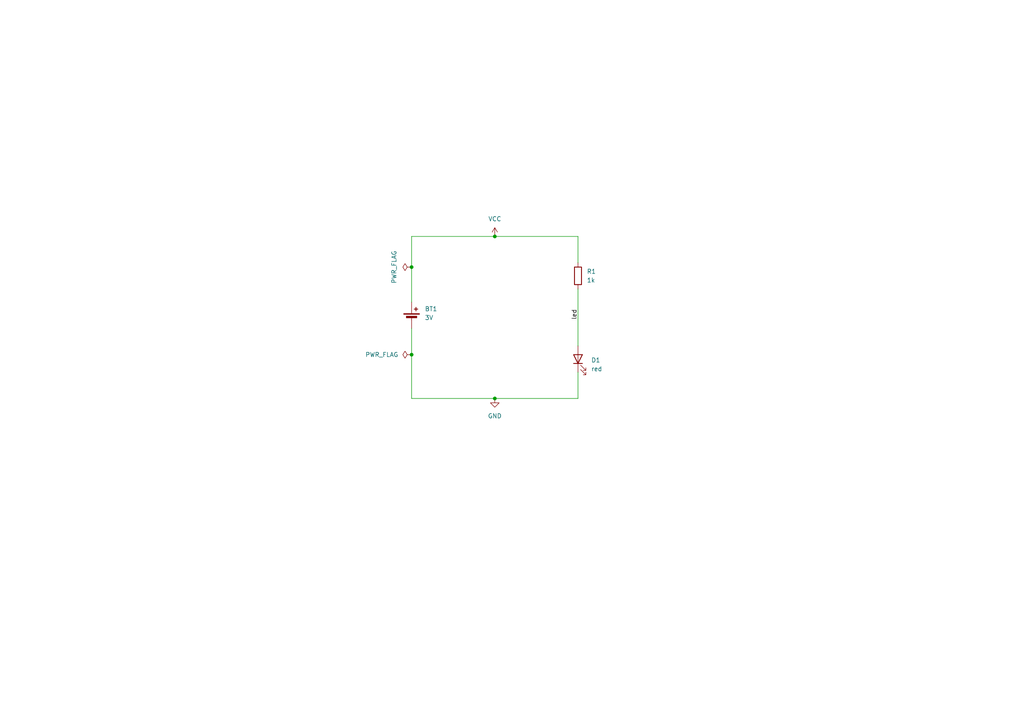
<source format=kicad_sch>
(kicad_sch (version 20230121) (generator eeschema)
  (paper "A4")
  (title_block (title "Getting Started in Metal") (date "2023-11-27") (rev "0"))
  (lib_symbols
    (symbol "Device:Battery_Cell" (pin_numbers hide) (pin_names (offset 0) hide)
      (property "Reference" "BT" (at 2.54 2.54 0))
      (property "Value" "Battery_Cell" (at 2.54 0 0))
      (symbol "Battery_Cell_0_1"
        (rectangle (start -2.286 1.778) (end 2.286 1.524) (fill (type outline)))
        (rectangle (start -1.524 1.016) (end 1.524 0.508) (fill (type outline)))
        (polyline (pts (xy 0 0.762) (xy 0 0)))
        (polyline (pts (xy 0 1.778) (xy 0 2.54)))
        (polyline (pts (xy 0.762 3.048) (xy 1.778 3.048)) (stroke (width 0.254)))
        (polyline (pts (xy 1.27 3.556) (xy 1.27 2.54)) (stroke (width 0.254)))
      )
      (symbol "Battery_Cell_1_1"
        (pin passive line (at 0 5.08 270) (length 2.54) (name "+") (number "1"))
        (pin passive line (at 0 -2.54 90) (length 2.54) (name "-") (number "2"))
      )
    )
    (symbol "Device:LED" (pin_numbers hide) (pin_names (offset 1.016) hide)
      (property "Reference" "D" (at 0 2.54 0))
      (property "Value" "LED" (at 0 -2.54 0))
      (symbol "LED_0_1"
        (polyline (pts (xy -1.27 -1.27) (xy -1.27 1.27)) (stroke (width 0.254)))
        (polyline (pts (xy -1.27 0) (xy 1.27 0)))
        (polyline (pts (xy 1.27 -1.27) (xy 1.27 1.27) (xy -1.27 0) (xy 1.27 -1.27)) (stroke (width 0.254)))
        (polyline (pts (xy -3.048 -0.762) (xy -4.572 -2.286) (xy -3.81 -2.286) (xy -4.572 -2.286) (xy -4.572 -1.524)))
        (polyline (pts (xy -1.778 -0.762) (xy -3.302 -2.286) (xy -2.54 -2.286) (xy -3.302 -2.286) (xy -3.302 -1.524)))
      )
      (symbol "LED_1_1"
        (pin passive line (at -3.81 0 0) (length 2.54) (name "K") (number "1"))
        (pin passive line (at 3.81 0 180) (length 2.54) (name "A") (number "2"))
      )
    )
    (symbol "Device:R" (pin_numbers hide) (pin_names (offset 0))
      (property "Reference" "R" (at 2.032 0 90))
      (property "Value" "R" (at 0 0 90))
      (symbol "R_0_1"
        (rectangle (start -1.016 -2.54) (end 1.016 2.54) (stroke (width 0.254)))
      )
      (symbol "R_1_1"
        (pin passive line (at 0 3.81 270) (length 1.27) (name "~") (number "1"))
        (pin passive line (at 0 -3.81 90) (length 1.27) (name "~") (number "2"))
      )
    )
    (symbol "power:GND" (power) (pin_names (offset 0))
      (property "Value" "GND" (at 0 -3.81 0))
      (symbol "GND_0_1"
        (polyline (pts (xy 0 0) (xy 0 -1.27) (xy 1.27 -1.27) (xy 0 -2.54) (xy -1.27 -1.27) (xy 0 -1.27)))
      )
      (symbol "GND_1_1"
        (pin power_in line (at 0 0 270) (length 0) hide (name "GND") (number "1"))
      )
    )
    (symbol "power:PWR_FLAG" (power) (pin_numbers hide) (pin_names (offset 0) hide)
      (property "Value" "PWR_FLAG" (at 0 3.81 0))
      (symbol "PWR_FLAG_0_0"
        (pin power_out line (at 0 0 90) (length 0) (name "pwr") (number "1"))
      )
      (symbol "PWR_FLAG_0_1"
        (polyline (pts (xy 0 0) (xy 0 1.27) (xy -1.016 1.905) (xy 0 2.54) (xy 1.016 1.905) (xy 0 1.27)))
      )
    )
    (symbol "power:VCC" (power) (pin_names (offset 0))
      (property "Value" "VCC" (at 0 3.81 0))
      (symbol "VCC_0_1"
        (polyline (pts (xy -0.762 1.27) (xy 0 2.54)))
        (polyline (pts (xy 0 0) (xy 0 2.54)))
        (polyline (pts (xy 0 2.54) (xy 0.762 1.27)))
      )
      (symbol "VCC_1_1"
        (pin power_in line (at 0 0 90) (length 0) hide (name "VCC") (number "1"))
      )
    )
  )
  (junction (at 119.38 77.47))
  (junction (at 143.51 115.57))
  (junction (at 119.38 102.87))
  (junction (at 143.51 68.58))
  (wire (pts (xy 119.38 77.47) (xy 119.38 87.63)))
  (wire (pts (xy 167.64 83.82) (xy 167.64 100.33)))
  (wire (pts (xy 167.64 115.57) (xy 167.64 107.95)))
  (wire (pts (xy 119.38 115.57) (xy 143.51 115.57)))
  (wire (pts (xy 119.38 77.47) (xy 119.38 68.58)))
  (wire (pts (xy 143.51 115.57) (xy 167.64 115.57)))
  (wire (pts (xy 119.38 68.58) (xy 143.51 68.58)))
  (wire (pts (xy 119.38 95.25) (xy 119.38 102.87)))
  (wire (pts (xy 167.64 68.58) (xy 167.64 76.2)))
  (wire (pts (xy 119.38 102.87) (xy 119.38 115.57)))
  (wire (pts (xy 143.51 68.58) (xy 167.64 68.58)))
  (label "led" (at 167.64 92.71 90))
  (symbol (lib_id "power:PWR_FLAG") (at 119.38 77.47 90) (unit 1)
    (property "Reference" "#FLG01" (effects hide))
    (property "Value" "PWR_FLAG" (at 114.3 77.47 0))
  )
  (symbol (lib_id "Device:Battery_Cell") (at 119.38 92.71 0) (unit 1)
    (property "Reference" "BT1" (at 123.19 89.5985 0) (effects (justify left)))
    (property "Value" "3V" (at 123.19 92.1385 0) (effects (justify left)))
    (property "Footprint" "Battery:BatteryHolder_Keystone_1058_1x2032" (effects hide))
  )
  (symbol (lib_id "power:PWR_FLAG") (at 119.38 102.87 90) (unit 1)
    (property "Reference" "#FLG02" (effects hide))
    (property "Value" "PWR_FLAG" (at 115.57 102.87 90) (effects (justify left)))
  )
  (symbol (lib_id "power:VCC") (at 143.51 68.58 0) (unit 1)
    (property "Reference" "#PWR01" (effects hide))
    (property "Value" "VCC" (at 143.51 63.5 0))
  )
  (symbol (lib_id "power:GND") (at 143.51 115.57 0) (unit 1)
    (property "Reference" "#PWR02" (effects hide))
    (property "Value" "GND" (at 143.51 120.65 0))
  )
  (symbol (lib_id "Device:R") (at 167.64 80.01 0) (unit 1)
    (property "Reference" "R1" (at 170.18 78.74 0) (effects (justify left)))
    (property "Value" "1k" (at 170.18 81.28 0) (effects (justify left)))
    (property "Footprint" "Resistor_THT:R_Axial_DIN0309_L9.0mm_D3.2mm_P12.70mm_Horizontal" (effects hide))
  )
  (symbol (lib_id "Device:LED") (at 167.64 104.14 90) (unit 1)
    (property "Reference" "D1" (at 171.45 104.4575 90) (effects (justify right)))
    (property "Value" "red" (at 171.45 106.9975 90) (effects (justify right)))
    (property "Footprint" "LED_THT:LED_D5.0mm" (effects hide))
  )
)
</source>
